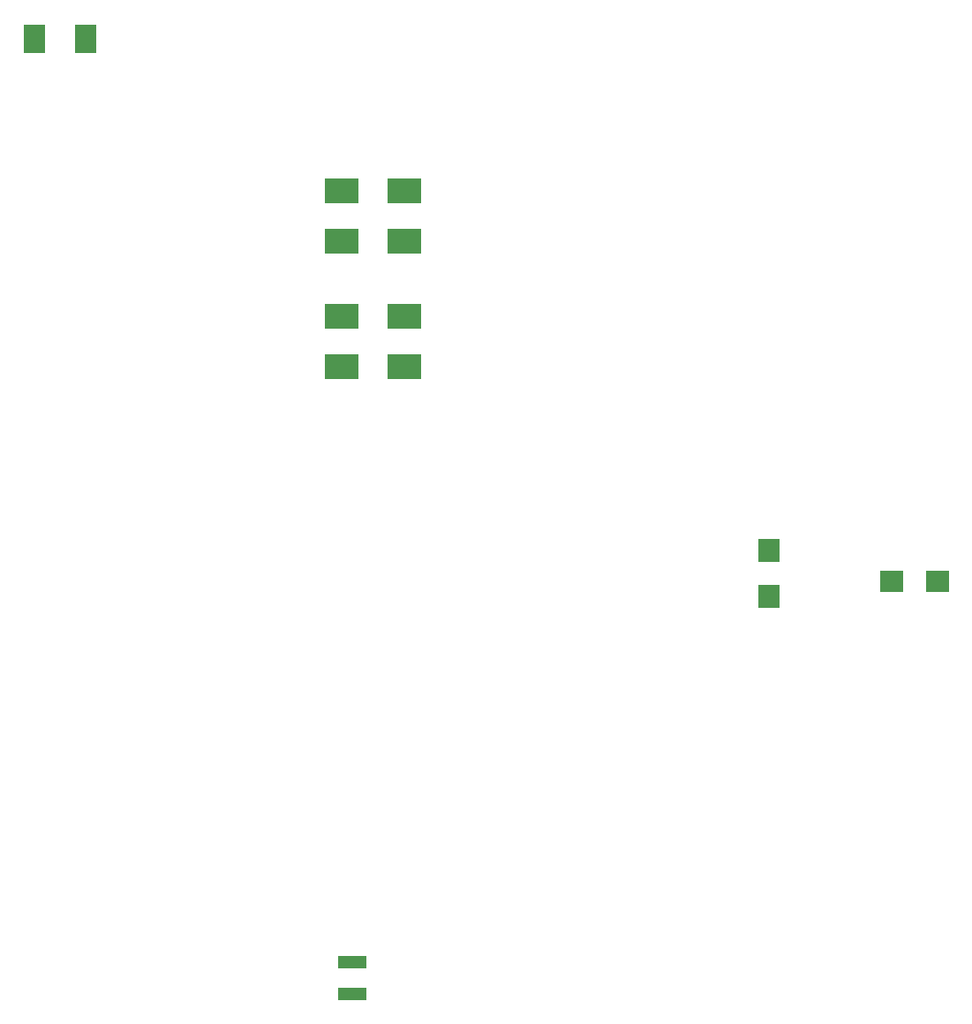
<source format=gtp>
G04*
G04 #@! TF.GenerationSoftware,Altium Limited,Altium Designer,23.4.1 (23)*
G04*
G04 Layer_Color=8421504*
%FSLAX44Y44*%
%MOMM*%
G71*
G04*
G04 #@! TF.SameCoordinates,D707CC84-C655-447D-9D72-A261F95A4AE0*
G04*
G04*
G04 #@! TF.FilePolarity,Positive*
G04*
G01*
G75*
%ADD18R,2.2000X2.1500*%
%ADD19R,2.7000X1.1500*%
%ADD20R,3.3000X2.4500*%
%ADD21R,2.1500X2.8000*%
%ADD22R,2.1500X2.2000*%
D18*
X1038000Y430000D02*
D03*
X1082000D02*
D03*
D19*
X520000Y65000D02*
D03*
Y35000D02*
D03*
D20*
X570000Y636000D02*
D03*
Y684000D02*
D03*
X510000Y684000D02*
D03*
Y636000D02*
D03*
X570000Y804000D02*
D03*
Y756000D02*
D03*
X510000Y756000D02*
D03*
Y804000D02*
D03*
D21*
X264550Y950000D02*
D03*
X215450D02*
D03*
D22*
X920000Y459500D02*
D03*
Y415500D02*
D03*
M02*

</source>
